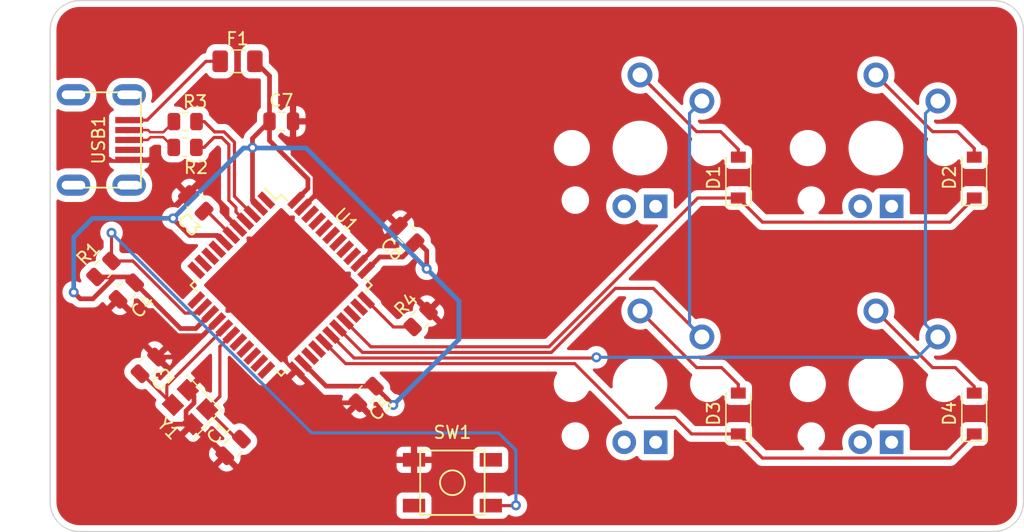
<source format=kicad_pcb>
(kicad_pcb (version 20211014) (generator pcbnew)
  (layers (0 "F.Cu" signal) (31 "B.Cu" signal) (34 "B.Paste" user) (35 "F.Paste" user) (36 "B.SilkS" user "B.Silkscreen") (37 "F.SilkS" user "F.Silkscreen") (38 "B.Mask" user) (39 "F.Mask" user) (44 "Edge.Cuts" user))
  (net 0 "")
  (net 1 "GND")
  (net 2 "Net-(C1-Pad2)")
  (net 3 "Net-(C2-Pad2)")
  (net 4 "Net-(C3-Pad1)")
  (net 5 "+5V")
  (net 6 "ROW0")
  (net 7 "Net-(D1-Pad2)")
  (net 8 "Net-(D2-Pad2)")
  (net 9 "ROW1")
  (net 10 "Net-(D3-Pad2)")
  (net 11 "Net-(D4-Pad2)")
  (net 12 "VCC")
  (net 13 "COL0")
  (net 14 "COL1")
  (net 15 "Net-(R1-Pad2)")
  (net 16 "D+")
  (net 17 "Net-(R2-Pad2)")
  (net 18 "D-")
  (net 19 "Net-(R3-Pad2)")
  (net 20 "Net-(R4-Pad1)")
  (footprint "Resistor_SMD:R_0805_2012Metric" (layer "F.Cu") (at 94.25 85.96875)
    (fp_text reference "R3" (at 0.8 -1.59375) (layer "F.SilkS"))
    (fp_text value "22")
    (fp_line (start -0.227064 0.735) (end 0.227064 0.735) (layer "F.SilkS") (width 0.12))
    (fp_line (start -0.227064 -0.735) (end 0.227064 -0.735) (layer "F.SilkS") (width 0.12))
    (pad "1" smd roundrect (at -0.9125 0) (size 1.025 1.4) (layers "F.Cu" "F.Paste" "F.Mask") (roundrect_rratio 0.243902) (net 18 "D-"))
    (pad "2" smd roundrect (at 0.9125 0) (size 1.025 1.4) (layers "F.Cu" "F.Paste" "F.Mask") (roundrect_rratio 0.243902) (net 19 "Net-(R3-Pad2)"))
  )
  (footprint "Capacitor_SMD:C_0805_2012Metric" (layer "F.Cu") (at 95.1 92.525 135)
    (fp_text reference "C3" (at -0.866206 -1.644023 135) (layer "F.SilkS"))
    (fp_text value "1uF")
    (fp_line (start -0.261252 0.735) (end 0.261252 0.735) (layer "F.SilkS") (width 0.12))
    (fp_line (start -0.261252 -0.735) (end 0.261252 -0.735) (layer "F.SilkS") (width 0.12))
    (pad "1" smd roundrect (at -0.95 0 135) (size 1 1.45) (layers "F.Cu" "F.Paste" "F.Mask") (net 4 "Net-(C3-Pad1)"))
    (pad "2" smd roundrect (at 0.95 0 135) (size 1 1.45) (layers "F.Cu" "F.Paste" "F.Mask") (net 1 "GND"))
  )
  (footprint "Diode_SMD:D_SOD-123" (layer "F.Cu") (at 157.95625 90.4875 90)
    (fp_text reference "D2" (at 0 -2 90) (layer "F.SilkS"))
    (fp_text value "D_Small")
    (fp_line (start -2.25 -1) (end -2.25 1) (layer "F.SilkS") (width 0.12))
    (fp_line (start -2.25 1) (end 1.65 1) (layer "F.SilkS") (width 0.12))
    (fp_line (start -2.25 -1) (end 1.65 -1) (layer "F.SilkS") (width 0.12))
    (pad "1" smd rect (at -1.65 0 90) (size 0.9 1.2) (layers "F.Cu" "F.Paste" "F.Mask") (net 6 "ROW0"))
    (pad "2" smd rect (at 1.65 0 90) (size 0.9 1.2) (layers "F.Cu" "F.Paste" "F.Mask") (net 8 "Net-(D2-Pad2)"))
  )
  (footprint "Capacitor_SMD:C_0805_2012Metric" (layer "F.Cu") (at 112.134919 95.078801 135)
    (fp_text reference "C6" (at 0 -1.68 135) (layer "F.SilkS"))
    (fp_text value "0.1uF")
    (fp_line (start -0.261252 0.735) (end 0.261252 0.735) (layer "F.SilkS") (width 0.12))
    (fp_line (start -0.261252 -0.735) (end 0.261252 -0.735) (layer "F.SilkS") (width 0.12))
    (pad "1" smd roundrect (at -0.95 0 135) (size 1 1.45) (layers "F.Cu" "F.Paste" "F.Mask") (net 5 "+5V"))
    (pad "2" smd roundrect (at 0.95 0 135) (size 1 1.45) (layers "F.Cu" "F.Paste" "F.Mask") (net 1 "GND"))
  )
  (footprint "Diode_SMD:D_SOD-123" (layer "F.Cu") (at 138.90625 90.4875 90)
    (fp_text reference "D1" (at 0 -2 90) (layer "F.SilkS"))
    (fp_text value "D_Small")
    (fp_line (start -2.25 -1) (end -2.25 1) (layer "F.SilkS") (width 0.12))
    (fp_line (start -2.25 1) (end 1.65 1) (layer "F.SilkS") (width 0.12))
    (fp_line (start -2.25 -1) (end 1.65 -1) (layer "F.SilkS") (width 0.12))
    (pad "1" smd rect (at -1.65 0 90) (size 0.9 1.2) (layers "F.Cu" "F.Paste" "F.Mask") (net 6 "ROW0"))
    (pad "2" smd rect (at 1.65 0 90) (size 0.9 1.2) (layers "F.Cu" "F.Paste" "F.Mask") (net 7 "Net-(D1-Pad2)"))
  )
  (footprint "Kailh_Choc:KailhChoc-1U" (layer "F.Cu") (at 150.01875 107.15625)
    (fp_text reference "MX4")
    (fp_text value "MX-NoLED")
    (pad "" np_thru_hole circle locked (at 5.5 0 48.1) (size 1.9 1.9) (drill 1.9) (layers *.Cu *.Mask))
    (pad "" np_thru_hole circle locked (at -5.5 0 48.1) (size 1.9 1.9) (drill 1.9) (layers *.Cu *.Mask))
    (pad "" np_thru_hole circle locked (at -5.22 4.2) (size 1.2 1.2) (drill 1.2) (layers *.Cu *.Mask))
    (pad "" np_thru_hole circle locked (at 0 0) (size 3.4 3.4) (drill 3.4) (layers *.Cu *.Mask))
    (pad "1" thru_hole circle locked (at 5 -3.8) (size 2 2) (drill 1.2) (layers *.Cu "B.Mask") (net 14 "COL1"))
    (pad "2" thru_hole circle locked (at 0 -5.9) (size 2 2) (drill 1.2) (layers *.Cu "B.Mask") (net 11 "Net-(D4-Pad2)"))
    (pad "3" thru_hole circle locked (at -1.27 4.7) (size 1.905 1.905) (drill 1.04) (layers *.Cu "B.Mask"))
    (pad "4" thru_hole rect locked (at 1.27 4.7) (size 1.905 1.905) (drill 1.04) (layers *.Cu "B.Mask"))
  )
  (footprint "Resistor_SMD:R_0805_2012Metric" (layer "F.Cu") (at 87.654766 97.866985 45)
    (fp_text reference "R1" (at 0.00864 -1.747792 45) (layer "F.SilkS"))
    (fp_text value "10k")
    (fp_line (start -0.227064 0.735) (end 0.227064 0.735) (layer "F.SilkS") (width 0.12))
    (fp_line (start -0.227064 -0.735) (end 0.227064 -0.735) (layer "F.SilkS") (width 0.12))
    (pad "1" smd roundrect (at -0.9125 0 45) (size 1.025 1.4) (layers "F.Cu" "F.Paste" "F.Mask") (roundrect_rratio 0.243902) (net 5 "+5V"))
    (pad "2" smd roundrect (at 0.9125 0 45) (size 1.025 1.4) (layers "F.Cu" "F.Paste" "F.Mask") (roundrect_rratio 0.243902) (net 15 "Net-(R1-Pad2)"))
  )
  (footprint "Diode_SMD:D_SOD-123" (layer "F.Cu") (at 138.90625 109.5375 90)
    (fp_text reference "D3" (at 0 -2 90) (layer "F.SilkS"))
    (fp_text value "D_Small")
    (fp_line (start -2.25 1) (end 1.65 1) (layer "F.SilkS") (width 0.12))
    (fp_line (start -2.25 -1) (end 1.65 -1) (layer "F.SilkS") (width 0.12))
    (fp_line (start -2.25 -1) (end -2.25 1) (layer "F.SilkS") (width 0.12))
    (pad "1" smd rect (at -1.65 0 90) (size 0.9 1.2) (layers "F.Cu" "F.Paste" "F.Mask") (net 9 "ROW1"))
    (pad "2" smd rect (at 1.65 0 90) (size 0.9 1.2) (layers "F.Cu" "F.Paste" "F.Mask") (net 10 "Net-(D3-Pad2)"))
  )
  (footprint "Package_QFP:TQFP-44_10x10mm_P0.8mm" (layer "F.Cu") (at 102 99.175 -45)
    (fp_text reference "U1" (at 0 -7.45 135) (layer "F.SilkS"))
    (fp_text value "ATmega32U4-A")
    (fp_line (start 5.175 5.175) (end 5.175 4.5) (layer "F.SilkS") (width 0.15))
    (fp_line (start -5.175 5.175) (end -4.5 5.175) (layer "F.SilkS") (width 0.15))
    (fp_line (start 5.175 -5.175) (end 4.5 -5.175) (layer "F.SilkS") (width 0.15))
    (fp_line (start 5.175 -5.175) (end 5.175 -4.5) (layer "F.SilkS") (width 0.15))
    (fp_line (start 5.175 5.175) (end 4.5 5.175) (layer "F.SilkS") (width 0.15))
    (fp_line (start -5.175 -5.175) (end -5.175 -4.6) (layer "F.SilkS") (width 0.15))
    (fp_line (start -5.175 -5.175) (end -4.5 -5.175) (layer "F.SilkS") (width 0.15))
    (fp_line (start -5.175 5.175) (end -5.175 4.5) (layer "F.SilkS") (width 0.15))
    (fp_line (start -5.175 -4.6) (end -6.45 -4.6) (layer "F.SilkS") (width 0.15))
    (pad "1" smd rect (at -5.7 -4 315) (size 1.5 0.55) (layers "F.Cu" "F.Paste" "F.Mask"))
    (pad "2" smd rect (at -5.7 -3.2 315) (size 1.5 0.55) (layers "F.Cu" "F.Paste" "F.Mask") (net 5 "+5V"))
    (pad "3" smd rect (at -5.7 -2.4 315) (size 1.5 0.55) (layers "F.Cu" "F.Paste" "F.Mask") (net 19 "Net-(R3-Pad2)"))
    (pad "4" smd rect (at -5.7 -1.6 315) (size 1.5 0.55) (layers "F.Cu" "F.Paste" "F.Mask") (net 17 "Net-(R2-Pad2)"))
    (pad "5" smd rect (at -5.7 -0.8 315) (size 1.5 0.55) (layers "F.Cu" "F.Paste" "F.Mask") (net 1 "GND"))
    (pad "6" smd rect (at -5.7 0 315) (size 1.5 0.55) (layers "F.Cu" "F.Paste" "F.Mask") (net 4 "Net-(C3-Pad1)"))
    (pad "7" smd rect (at -5.7 0.8 315) (size 1.5 0.55) (layers "F.Cu" "F.Paste" "F.Mask") (net 5 "+5V"))
    (pad "8" smd rect (at -5.7 1.6 315) (size 1.5 0.55) (layers "F.Cu" "F.Paste" "F.Mask"))
    (pad "9" smd rect (at -5.7 2.4 315) (size 1.5 0.55) (layers "F.Cu" "F.Paste" "F.Mask"))
    (pad "10" smd rect (at -5.7 3.2 315) (size 1.5 0.55) (layers "F.Cu" "F.Paste" "F.Mask"))
    (pad "11" smd rect (at -5.7 4 315) (size 1.5 0.55) (layers "F.Cu" "F.Paste" "F.Mask"))
    (pad "12" smd rect (at -4 5.7 45) (size 1.5 0.55) (layers "F.Cu" "F.Paste" "F.Mask"))
    (pad "13" smd rect (at -3.2 5.7 45) (size 1.5 0.55) (layers "F.Cu" "F.Paste" "F.Mask") (net 15 "Net-(R1-Pad2)"))
    (pad "14" smd rect (at -2.4 5.7 45) (size 1.5 0.55) (layers "F.Cu" "F.Paste" "F.Mask") (net 5 "+5V"))
    (pad "15" smd rect (at -1.6 5.7 45) (size 1.5 0.55) (layers "F.Cu" "F.Paste" "F.Mask") (net 1 "GND"))
    (pad "16" smd rect (at -0.8 5.7 45) (size 1.5 0.55) (layers "F.Cu" "F.Paste" "F.Mask") (net 3 "Net-(C2-Pad2)"))
    (pad "17" smd rect (at 0 5.7 45) (size 1.5 0.55) (layers "F.Cu" "F.Paste" "F.Mask") (net 2 "Net-(C1-Pad2)"))
    (pad "18" smd rect (at 0.8 5.7 45) (size 1.5 0.55) (layers "F.Cu" "F.Paste" "F.Mask"))
    (pad "19" smd rect (at 1.6 5.7 45) (size 1.5 0.55) (layers "F.Cu" "F.Paste" "F.Mask"))
    (pad "20" smd rect (at 2.4 5.7 45) (size 1.5 0.55) (layers "F.Cu" "F.Paste" "F.Mask"))
    (pad "21" smd rect (at 3.2 5.7 45) (size 1.5 0.55) (layers "F.Cu" "F.Paste" "F.Mask"))
    (pad "22" smd rect (at 4 5.7 45) (size 1.5 0.55) (layers "F.Cu" "F.Paste" "F.Mask"))
    (pad "23" smd rect (at 5.7 4 315) (size 1.5 0.55) (layers "F.Cu" "F.Paste" "F.Mask") (net 1 "GND"))
    (pad "24" smd rect (at 5.7 3.2 315) (size 1.5 0.55) (layers "F.Cu" "F.Paste" "F.Mask") (net 5 "+5V"))
    (pad "25" smd rect (at 5.7 2.4 315) (size 1.5 0.55) (layers "F.Cu" "F.Paste" "F.Mask"))
    (pad "26" smd rect (at 5.7 1.6 315) (size 1.5 0.55) (layers "F.Cu" "F.Paste" "F.Mask"))
    (pad "27" smd rect (at 5.7 0.8 315) (size 1.5 0.55) (layers "F.Cu" "F.Paste" "F.Mask") (net 9 "ROW1"))
    (pad "28" smd rect (at 5.7 0 315) (size 1.5 0.55) (layers "F.Cu" "F.Paste" "F.Mask") (net 14 "COL1"))
    (pad "29" smd rect (at 5.7 -0.8 315) (size 1.5 0.55) (layers "F.Cu" "F.Paste" "F.Mask") (net 13 "COL0"))
    (pad "30" smd rect (at 5.7 -1.6 315) (size 1.5 0.55) (layers "F.Cu" "F.Paste" "F.Mask") (net 6 "ROW0"))
    (pad "31" smd rect (at 5.7 -2.4 315) (size 1.5 0.55) (layers "F.Cu" "F.Paste" "F.Mask"))
    (pad "32" smd rect (at 5.7 -3.2 315) (size 1.5 0.55) (layers "F.Cu" "F.Paste" "F.Mask"))
    (pad "33" smd rect (at 5.7 -4 315) (size 1.5 0.55) (layers "F.Cu" "F.Paste" "F.Mask") (net 20 "Net-(R4-Pad1)"))
    (pad "34" smd rect (at 4 -5.7 45) (size 1.5 0.55) (layers "F.Cu" "F.Paste" "F.Mask") (net 5 "+5V"))
    (pad "35" smd rect (at 3.2 -5.7 45) (size 1.5 0.55) (layers "F.Cu" "F.Paste" "F.Mask") (net 1 "GND"))
    (pad "36" smd rect (at 2.4 -5.7 45) (size 1.5 0.55) (layers "F.Cu" "F.Paste" "F.Mask"))
    (pad "37" smd rect (at 1.6 -5.7 45) (size 1.5 0.55) (layers "F.Cu" "F.Paste" "F.Mask"))
    (pad "38" smd rect (at 0.8 -5.7 45) (size 1.5 0.55) (layers "F.Cu" "F.Paste" "F.Mask"))
    (pad "39" smd rect (at 0 -5.7 45) (size 1.5 0.55) (layers "F.Cu" "F.Paste" "F.Mask"))
    (pad "40" smd rect (at -0.8 -5.7 45) (size 1.5 0.55) (layers "F.Cu" "F.Paste" "F.Mask"))
    (pad "41" smd rect (at -1.6 -5.7 45) (size 1.5 0.55) (layers "F.Cu" "F.Paste" "F.Mask"))
    (pad "42" smd rect (at -2.4 -5.7 45) (size 1.5 0.55) (layers "F.Cu" "F.Paste" "F.Mask"))
    (pad "43" smd rect (at -3.2 -5.7 45) (size 1.5 0.55) (layers "F.Cu" "F.Paste" "F.Mask") (net 1 "GND"))
    (pad "44" smd rect (at -4 -5.7 45) (size 1.5 0.55) (layers "F.Cu" "F.Paste" "F.Mask") (net 5 "+5V"))
  )
  (footprint "Capacitor_SMD:C_0805_2012Metric" (layer "F.Cu") (at 108.85667 108.000552 -135)
    (fp_text reference "C5" (at 0 -1.68 45) (layer "F.SilkS"))
    (fp_text value "0.1uF")
    (fp_line (start -0.261252 0.735) (end 0.261252 0.735) (layer "F.SilkS") (width 0.12))
    (fp_line (start -0.261252 -0.735) (end 0.261252 -0.735) (layer "F.SilkS") (width 0.12))
    (pad "1" smd roundrect (at -0.95 0 225) (size 1 1.45) (layers "F.Cu" "F.Paste" "F.Mask") (net 5 "+5V"))
    (pad "2" smd roundrect (at 0.95 0 225) (size 1 1.45) (layers "F.Cu" "F.Paste" "F.Mask") (net 1 "GND"))
  )
  (footprint "random-keyboard-parts:Molex-0548190589" (layer "F.Cu") (at 85.225 87.45)
    (fp_text reference "USB1" (at 2.032 0 90) (layer "F.SilkS"))
    (fp_text value "Molex-0548190589")
    (fp_line (start 0 3.85) (end 5.45 3.85) (layer "F.SilkS") (width 0.15))
    (fp_line (start 5.45 -3.85) (end 5.45 3.85) (layer "F.SilkS") (width 0.15))
    (fp_line (start 0 -3.85) (end 5.45 -3.85) (layer "F.SilkS") (width 0.15))
    (pad "1" smd rect (at 4.5 1.6) (size 2.25 0.5) (layers "F.Cu" "F.Paste" "F.Mask") (net 1 "GND"))
    (pad "2" smd rect (at 4.5 0.8) (size 2.25 0.5) (layers "F.Cu" "F.Paste" "F.Mask"))
    (pad "3" smd rect (at 4.5 0) (size 2.25 0.5) (layers "F.Cu" "F.Paste" "F.Mask") (net 16 "D+"))
    (pad "4" smd rect (at 4.5 -0.8) (size 2.25 0.5) (layers "F.Cu" "F.Paste" "F.Mask") (net 18 "D-"))
    (pad "5" smd rect (at 4.5 -1.6) (size 2.25 0.5) (layers "F.Cu" "F.Paste" "F.Mask") (net 12 "VCC"))
    (pad "6" thru_hole oval (at 4.5 -3.65) (size 2.7 1.7) (drill oval 1.9 0.7) (layers *.Cu *.Mask))
    (pad "6" thru_hole oval (at 4.5 3.65) (size 2.7 1.7) (drill oval 1.9 0.7) (layers *.Cu *.Mask))
    (pad "6" thru_hole oval (at 0 3.65) (size 2.7 1.7) (drill oval 1.9 0.7) (layers *.Cu *.Mask))
    (pad "6" thru_hole oval (at 0 -3.65) (size 2.7 1.7) (drill oval 1.9 0.7) (layers *.Cu *.Mask))
  )
  (footprint "Crystal:Crystal_SMD_3225-4Pin_3.2x2.5mm" (layer "F.Cu") (at 94.639405 109.017817 135)
    (fp_text reference "Y1" (at 0 -2.45 135) (layer "F.SilkS"))
    (fp_text value "16MHz")
    (fp_line (start -2 -1.65) (end -2 1.65) (layer "F.SilkS") (width 0.12))
    (fp_line (start -2 1.65) (end 2 1.65) (layer "F.SilkS") (width 0.12))
    (pad "1" smd rect (at -1.1 0.85 135) (size 1.4 1.2) (layers "F.Cu" "F.Paste" "F.Mask") (net 2 "Net-(C1-Pad2)"))
    (pad "2" smd rect (at 1.1 0.85 135) (size 1.4 1.2) (layers "F.Cu" "F.Paste" "F.Mask") (net 1 "GND"))
    (pad "3" smd rect (at 1.1 -0.85 135) (size 1.4 1.2) (layers "F.Cu" "F.Paste" "F.Mask") (net 3 "Net-(C2-Pad2)"))
    (pad "4" smd rect (at -1.1 -0.85 135) (size 1.4 1.2) (layers "F.Cu" "F.Paste" "F.Mask") (net 1 "GND"))
  )
  (footprint "Capacitor_SMD:C_0805_2012Metric" (layer "F.Cu") (at 102.00667 85.950552)
    (fp_text reference "C7" (at 0 -1.68) (layer "F.SilkS"))
    (fp_text value "10uF")
    (fp_line (start -0.261252 0.735) (end 0.261252 0.735) (layer "F.SilkS") (width 0.12))
    (fp_line (start -0.261252 -0.735) (end 0.261252 -0.735) (layer "F.SilkS") (width 0.12))
    (pad "1" smd roundrect (at -0.95 0) (size 1 1.45) (layers "F.Cu" "F.Paste" "F.Mask") (net 5 "+5V"))
    (pad "2" smd roundrect (at 0.95 0) (size 1 1.45) (layers "F.Cu" "F.Paste" "F.Mask") (net 1 "GND"))
  )
  (footprint "Resistor_SMD:R_0805_2012Metric" (layer "F.Cu") (at 94.2375 88.05)
    (fp_text reference "R2" (at 0.8875 1.625) (layer "F.SilkS"))
    (fp_text value "22")
    (fp_line (start -0.227064 0.735) (end 0.227064 0.735) (layer "F.SilkS") (width 0.12))
    (fp_line (start -0.227064 -0.735) (end 0.227064 -0.735) (layer "F.SilkS") (width 0.12))
    (pad "1" smd roundrect (at -0.9125 0) (size 1.025 1.4) (layers "F.Cu" "F.Paste" "F.Mask") (roundrect_rratio 0.243902) (net 16 "D+"))
    (pad "2" smd roundrect (at 0.9125 0) (size 1.025 1.4) (layers "F.Cu" "F.Paste" "F.Mask") (roundrect_rratio 0.243902) (net 17 "Net-(R2-Pad2)"))
  )
  (footprint "Kailh_Choc:KailhChoc-1U" (layer "F.Cu") (at 150.01875 88.10625)
    (fp_text reference "MX2")
    (fp_text value "MX-NoLED")
    (pad "" np_thru_hole circle locked (at 0 0) (size 3.4 3.4) (drill 3.4) (layers *.Cu *.Mask))
    (pad "" np_thru_hole circle locked (at -5.5 0 48.1) (size 1.9 1.9) (drill 1.9) (layers *.Cu *.Mask))
    (pad "" np_thru_hole circle locked (at 5.5 0 48.1) (size 1.9 1.9) (drill 1.9) (layers *.Cu *.Mask))
    (pad "" np_thru_hole circle locked (at -5.22 4.2) (size 1.2 1.2) (drill 1.2) (layers *.Cu *.Mask))
    (pad "1" thru_hole circle locked (at 5 -3.8) (size 2 2) (drill 1.2) (layers *.Cu "B.Mask") (net 14 "COL1"))
    (pad "2" thru_hole circle locked (at 0 -5.9) (size 2 2) (drill 1.2) (layers *.Cu "B.Mask") (net 8 "Net-(D2-Pad2)"))
    (pad "3" thru_hole circle locked (at -1.27 4.7) (size 1.905 1.905) (drill 1.04) (layers *.Cu "B.Mask"))
    (pad "4" thru_hole rect locked (at 1.27 4.7) (size 1.905 1.905) (drill 1.04) (layers *.Cu "B.Mask"))
  )
  (footprint "random-keyboard-parts:SKQG-1155865" (layer "F.Cu") (at 115.825 115.125 180)
    (fp_text reference "SW1" (at 0 4.064) (layer "F.SilkS"))
    (fp_text value "Reset")
    (fp_line (start 2.6 -2.6) (end 2.6 2.6) (layer "F.SilkS") (width 0.15))
    (fp_line (start 2.6 2.6) (end -2.6 2.6) (layer "F.SilkS") (width 0.15))
    (fp_line (start -2.6 -2.6) (end 2.6 -2.6) (layer "F.SilkS") (width 0.15))
    (fp_line (start -2.6 2.6) (end -2.6 -2.6) (layer "F.SilkS") (width 0.15))
    (fp_circle (center 0 0) (end 1 0) (layer "F.SilkS") (width 0.15) (fill none))
    (pad "1" smd rect locked (at 3.1 1.85 180) (size 1.8 1.1) (layers "F.Cu" "F.Paste" "F.Mask") (net 1 "GND"))
    (pad "2" smd rect locked (at -3.1 -1.85 180) (size 1.8 1.1) (layers "F.Cu" "F.Paste" "F.Mask") (net 15 "Net-(R1-Pad2)"))
    (pad "3" smd rect locked (at 3.1 -1.85 180) (size 1.8 1.1) (layers "F.Cu" "F.Paste" "F.Mask"))
    (pad "4" smd rect locked (at -3.1 1.85 180) (size 1.8 1.1) (layers "F.Cu" "F.Paste" "F.Mask"))
  )
  (footprint "Resistor_SMD:R_0805_2012Metric" (layer "F.Cu") (at 113.251905 101.905317 45)
    (fp_text reference "R4" (at 0 -1.65 45) (layer "F.SilkS"))
    (fp_text value "10k")
    (fp_line (start -0.227064 0.735) (end 0.227064 0.735) (layer "F.SilkS") (width 0.12))
    (fp_line (start -0.227064 -0.735) (end 0.227064 -0.735) (layer "F.SilkS") (width 0.12))
    (pad "1" smd roundrect (at -0.9125 0 45) (size 1.025 1.4) (layers "F.Cu" "F.Paste" "F.Mask") (roundrect_rratio 0.243902) (net 20 "Net-(R4-Pad1)"))
    (pad "2" smd roundrect (at 0.9125 0 45) (size 1.025 1.4) (layers "F.Cu" "F.Paste" "F.Mask") (roundrect_rratio 0.243902) (net 1 "GND"))
  )
  (footprint "Fuse:Fuse_1206_3216Metric" (layer "F.Cu") (at 98.475 81.1)
    (fp_text reference "F1" (at 0 -1.82) (layer "F.SilkS"))
    (fp_text value "500mA")
    (fp_line (start -0.602064 0.91) (end 0.602064 0.91) (layer "F.SilkS") (width 0.12))
    (fp_line (start -0.602064 -0.91) (end 0.602064 -0.91) (layer "F.SilkS") (width 0.12))
    (pad "1" smd roundrect (at -1.4 0) (size 1.25 1.75) (layers "F.Cu" "F.Paste" "F.Mask") (roundrect_rratio 0.2) (net 12 "VCC"))
    (pad "2" smd roundrect (at 1.4 0) (size 1.25 1.75) (layers "F.Cu" "F.Paste" "F.Mask") (roundrect_rratio 0.2) (net 5 "+5V"))
  )
  (footprint "Capacitor_SMD:C_0805_2012Metric" (layer "F.Cu") (at 91.271809 105.650221 -135)
    (fp_text reference "C2" (at 0 -1.68 45) (layer "F.SilkS"))
    (fp_text value "22pF")
    (fp_line (start -0.261252 0.735) (end 0.261252 0.735) (layer "F.SilkS") (width 0.12))
    (fp_line (start -0.261252 -0.735) (end 0.261252 -0.735) (layer "F.SilkS") (width 0.12))
    (pad "1" smd roundrect (at -0.95 0 225) (size 1 1.45) (layers "F.Cu" "F.Paste" "F.Mask") (net 1 "GND"))
    (pad "2" smd roundrect (at 0.95 0 225) (size 1 1.45) (layers "F.Cu" "F.Paste" "F.Mask") (net 3 "Net-(C2-Pad2)"))
  )
  (footprint "Capacitor_SMD:C_0805_2012Metric" (layer "F.Cu") (at 98.117486 112.274928 45)
    (fp_text reference "C1" (at 0 -1.68 45) (layer "F.SilkS"))
    (fp_text value "22pF")
    (fp_line (start -0.261252 0.735) (end 0.261252 0.735) (layer "F.SilkS") (width 0.12))
    (fp_line (start -0.261252 -0.735) (end 0.261252 -0.735) (layer "F.SilkS") (width 0.12))
    (pad "1" smd roundrect (at -0.95 0 45) (size 1 1.45) (layers "F.Cu" "F.Paste" "F.Mask") (net 1 "GND"))
    (pad "2" smd roundrect (at 0.95 0 45) (size 1 1.45) (layers "F.Cu" "F.Paste" "F.Mask") (net 2 "Net-(C1-Pad2)"))
  )
  (footprint "Kailh_Choc:KailhChoc-1U" (layer "F.Cu") (at 130.96875 88.10625)
    (fp_text reference "MX1")
    (fp_text value "MX-NoLED")
    (pad "" np_thru_hole circle locked (at 5.5 0 48.1) (size 1.9 1.9) (drill 1.9) (layers *.Cu *.Mask))
    (pad "" np_thru_hole circle locked (at 0 0) (size 3.4 3.4) (drill 3.4) (layers *.Cu *.Mask))
    (pad "" np_thru_hole circle locked (at -5.5 0 48.1) (size 1.9 1.9) (drill 1.9) (layers *.Cu *.Mask))
    (pad "" np_thru_hole circle locked (at -5.22 4.2) (size 1.2 1.2) (drill 1.2) (layers *.Cu *.Mask))
    (pad "1" thru_hole circle locked (at 5 -3.8) (size 2 2) (drill 1.2) (layers *.Cu "B.Mask") (net 13 "COL0"))
    (pad "2" thru_hole circle locked (at 0 -5.9) (size 2 2) (drill 1.2) (layers *.Cu "B.Mask") (net 7 "Net-(D1-Pad2)"))
    (pad "3" thru_hole circle locked (at -1.27 4.7) (size 1.905 1.905) (drill 1.04) (layers *.Cu "B.Mask"))
    (pad "4" thru_hole rect locked (at 1.27 4.7) (size 1.905 1.905) (drill 1.04) (layers *.Cu "B.Mask"))
  )
  (footprint "Diode_SMD:D_SOD-123" (layer "F.Cu") (at 157.95625 109.5375 90)
    (fp_text reference "D4" (at 0 -2 90) (layer "F.SilkS"))
    (fp_text value "D_Small")
    (fp_line (start -2.25 1) (end 1.65 1) (layer "F.SilkS") (width 0.12))
    (fp_line (start -2.25 -1) (end -2.25 1) (layer "F.SilkS") (width 0.12))
    (fp_line (start -2.25 -1) (end 1.65 -1) (layer "F.SilkS") (width 0.12))
    (pad "1" smd rect (at -1.65 0 90) (size 0.9 1.2) (layers "F.Cu" "F.Paste" "F.Mask") (net 9 "ROW1"))
    (pad "2" smd rect (at 1.65 0 90) (size 0.9 1.2) (layers "F.Cu" "F.Paste" "F.Mask") (net 11 "Net-(D4-Pad2)"))
  )
  (footprint "Kailh_Choc:KailhChoc-1U" (layer "F.Cu") (at 130.96875 107.15625)
    (fp_text reference "MX3")
    (fp_text value "MX-NoLED")
    (pad "" np_thru_hole circle locked (at 0 0) (size 3.4 3.4) (drill 3.4) (layers *.Cu *.Mask))
    (pad "" np_thru_hole circle locked (at -5.22 4.2) (size 1.2 1.2) (drill 1.2) (layers *.Cu *.Mask))
    (pad "" np_thru_hole circle locked (at -5.5 0 48.1) (size 1.9 1.9) (drill 1.9) (layers *.Cu *.Mask))
    (pad "" np_thru_hole circle locked (at 5.5 0 48.1) (size 1.9 1.9) (drill 1.9) (layers *.Cu *.Mask))
    (pad "1" thru_hole circle locked (at 5 -3.8) (size 2 2) (drill 1.2) (layers *.Cu "B.Mask") (net 13 "COL0"))
    (pad "2" thru_hole circle locked (at 0 -5.9) (size 2 2) (drill 1.2) (layers *.Cu "B.Mask") (net 10 "Net-(D3-Pad2)"))
    (pad "3" thru_hole circle locked (at -1.27 4.7) (size 1.905 1.905) (drill 1.04) (layers *.Cu "B.Mask"))
    (pad "4" thru_hole rect locked (at 1.27 4.7) (size 1.905 1.905) (drill 1.04) (layers *.Cu "B.Mask"))
  )
  (footprint "Capacitor_SMD:C_0805_2012Metric" (layer "F.Cu") (at 89.5 99.646751 -135)
    (fp_text reference "C4" (at -0.050736 -1.823097 45) (layer "F.SilkS"))
    (fp_text value "0.1uF")
    (fp_line (start -0.261252 0.735) (end 0.261252 0.735) (layer "F.SilkS") (width 0.12))
    (fp_line (start -0.261252 -0.735) (end 0.261252 -0.735) (layer "F.SilkS") (width 0.12))
    (pad "1" smd roundrect (at -0.95 0 225) (size 1 1.45) (layers "F.Cu" "F.Paste" "F.Mask") (net 5 "+5V"))
    (pad "2" smd roundrect (at 0.95 0 225) (size 1 1.45) (layers "F.Cu" "F.Paste" "F.Mask") (net 1 "GND"))
  )
  (gr_arc locked (start 159.54375 76.2) (mid 161.227548 76.897452) (end 161.925 78.58125) (layer "Edge.Cuts") (width 0.1))
  (gr_line locked (start 85.725 76.2) (end 159.54375 76.2) (layer "Edge.Cuts") (width 0.1))
  (gr_line locked (start 159.54375 119.0625) (end 85.725 119.0625) (layer "Edge.Cuts") (width 0.1))
  (gr_arc locked (start 161.925 116.68125) (mid 161.227548 118.365048) (end 159.54375 119.0625) (layer "Edge.Cuts") (width 0.1))
  (gr_arc locked (start 83.34375 78.58125) (mid 84.041202 76.897452) (end 85.725 76.2) (layer "Edge.Cuts") (width 0.1))
  (gr_arc locked (start 85.725 119.0625) (mid 84.041202 118.365048) (end 83.34375 116.68125) (layer "Edge.Cuts") (width 0.1))
  (gr_line locked (start 161.925 78.58125) (end 161.925 116.68125) (layer "Edge.Cuts") (width 0.1))
  (gr_line locked (start 83.34375 116.68125) (end 83.34375 78.58125) (layer "Edge.Cuts") (width 0.1))
  (segment (start 88.828249 100.318502) (end 89.734747 101.225) (width 0.381) (layer "F.Cu") (net 1))
  (segment (start 95.85 91.25) (end 97.625 93.025) (width 0.381) (layer "F.Cu") (net 1))
  (segment (start 94.816182 110.396675) (end 92.446675 110.396675) (width 0.381) (layer "F.Cu") (net 1))
  (segment (start 94.957603 108.692397) (end 94.321207 109.328793) (width 0.381) (layer "F.Cu") (net 1))
  (segment (start 90.925 103.925) (end 91.94356 104.94356) (width 0.381) (layer "F.Cu") (net 1))
  (segment (start 103.202082 106.033936) (end 105.840449 108.672303) (width 0.381) (layer "F.Cu") (net 1))
  (segment (start 93.933788 104.97847) (end 95.806129 103.106129) (width 0.381) (layer "F.Cu") (net 1))
  (segment (start 95.656738 103.25552) (end 95.806129 103.106129) (width 0.381) (layer "F.Cu") (net 1))
  (segment (start 103.767767 92.88175) (end 104.73719 91.912327) (width 0.381) (layer "F.Cu") (net 1))
  (segment (start 94.957603 108.133934) (end 94.957603 108.692397) (width 0.381) (layer "F.Cu") (net 1))
  (segment (start 112.648643 93.158578) (end 113.614696 93.158578) (width 0.381) (layer "F.Cu") (net 1))
  (segment (start 105.840449 108.672303) (end 108.184919 108.672303) (width 0.381) (layer "F.Cu") (net 1))
  (segment (start 104.73719 91.912327) (end 104.73719 90.360092) (width 0.381) (layer "F.Cu") (net 1))
  (segment (start 113.614696 93.158578) (end 114.93167 94.475552) (width 0.381) (layer "F.Cu") (net 1))
  (segment (start 93 90.35) (end 94.95 90.35) (width 0.381) (layer "F.Cu") (net 1))
  (segment (start 89.734747 101.225) (end 91.600771 101.225) (width 0.381) (layer "F.Cu") (net 1))
  (segment (start 97.625 93.025) (end 97.625 93.668629) (width 0.381) (layer "F.Cu") (net 1))
  (segment (start 95.031498 91.25) (end 95.85 91.25) (width 0.381) (layer "F.Cu") (net 1))
  (segment (start 91.7 89.05) (end 93 90.35) (width 0.381) (layer "F.Cu") (net 1))
  (segment (start 89.725 89.05) (end 91.7 89.05) (width 0.381) (layer "F.Cu") (net 1))
  (segment (start 97.625 93.668629) (end 98.535177 94.578806) (width 0.381) (layer "F.Cu") (net 1))
  (segment (start 114.93167 100.225552) (end 113.89714 101.260082) (width 0.381) (layer "F.Cu") (net 1))
  (segment (start 93.631292 103.25552) (end 95.656738 103.25552) (width 0.381) (layer "F.Cu") (net 1))
  (segment (start 94.428249 91.853249) (end 95.031498 91.25) (width 0.381) (layer "F.Cu") (net 1))
  (segment (start 91.600771 101.225) (end 93.631292 103.25552) (width 0.381) (layer "F.Cu") (net 1))
  (segment (start 88.725 105) (end 89.8 103.925) (width 0.381) (layer "F.Cu") (net 1))
  (segment (start 91.94356 104.97847) (end 93.933788 104.97847) (width 0.381) (layer "F.Cu") (net 1))
  (segment (start 92.446675 110.396675) (end 88.725 106.675) (width 0.381) (layer "F.Cu") (net 1))
  (segment (start 95.85 91.25) (end 94.95 90.35) (width 0.381) (layer "F.Cu") (net 1))
  (segment (start 88.725 106.675) (end 88.725 105) (width 0.381) (layer "F.Cu") (net 1))
  (segment (start 89.8 103.925) (end 90.925 103.925) (width 0.381) (layer "F.Cu") (net 1))
  (segment (start 102.95667 88.579572) (end 102.95667 85.950552) (width 0.381) (layer "F.Cu") (net 1))
  (segment (start 94.462628 107.638959) (end 94.957603 108.133934) (width 0.381) (layer "F.Cu") (net 1))
  (segment (start 94.321207 109.9017) (end 94.816182 110.396675) (width 0.381) (layer "F.Cu") (net 1))
  (segment (start 95.806129 103.106129) (end 96.83812 102.074138) (width 0.381) (layer "F.Cu") (net 1))
  (segment (start 94.895731 110.396675) (end 97.445735 112.946679) (width 0.381) (layer "F.Cu") (net 1))
  (segment (start 94.321207 109.328793) (end 94.321207 109.9017) (width 0.381) (layer "F.Cu") (net 1))
  (segment (start 111.464696 94.342525) (end 112.648643 93.158578) (width 0.381) (layer "F.Cu") (net 1))
  (segment (start 114.93167 94.475552) (end 114.93167 100.225552) (width 0.381) (layer "F.Cu") (net 1))
  (segment (start 108.299989 97.407233) (end 111.172723 94.534499) (width 0.381) (layer "F.Cu") (net 1))
  (segment (start 104.73719 90.360092) (end 102.95667 88.579572) (width 0.381) (layer "F.Cu") (net 1))
  (segment (start 98.426846 111.603177) (end 96.018263 109.194594) (width 0.254) (layer "F.Cu") (net 2))
  (segment (start 96.018263 109.194594) (end 97.05 108.162857) (width 0.254) (layer "F.Cu") (net 2))
  (segment (start 97.05 104.125) (end 97.969491 103.205509) (width 0.254) (layer "F.Cu") (net 2))
  (segment (start 97.05 108.162857) (end 97.05 104.125) (width 0.254) (layer "F.Cu") (net 2))
  (segment (start 98.789237 111.603177) (end 98.426846 111.603177) (width 0.254) (layer "F.Cu") (net 2))
  (segment (start 90.741479 106.321972) (end 93.260547 108.84104) (width 0.254) (layer "F.Cu") (net 3))
  (segment (start 92.765572 107.278057) (end 97.403806 102.639823) (width 0.254) (layer "F.Cu") (net 3))
  (segment (start 92.765572 108.346065) (end 92.765572 107.278057) (width 0.254) (layer "F.Cu") (net 3))
  (segment (start 93.260547 108.84104) (end 92.765572 108.346065) (width 0.254) (layer "F.Cu") (net 3))
  (segment (start 97.969491 95.144491) (end 96.021751 93.196751) (width 0.254) (layer "F.Cu") (net 4))
  (segment (start 88.56222 98.51222) (end 89.708971 98.51222) (width 0.381) (layer "F.Cu") (net 5))
  (segment (start 103.767767 105.46825) (end 105.628318 107.328801) (width 0.381) (layer "F.Cu") (net 5))
  (segment (start 101.05667 82.28167) (end 101.05667 85.950552) (width 0.381) (layer "F.Cu") (net 5))
  (segment (start 108.884304 97.972918) (end 109.95667 96.900552) (width 0.381) (layer "F.Cu") (net 5))
  (segment (start 113.75 96.4) (end 113.75 97.85) (width 0.381) (layer "F.Cu") (net 5))
  (segment (start 90.171751 98.975) (end 93.871751 102.675) (width 0.381) (layer "F.Cu") (net 5))
  (segment (start 93.277786 93.827786) (end 93.277786 93.777786) (width 0.381) (layer "F.Cu") (net 5))
  (segment (start 93.871751 102.675) (end 95.105887 102.675) (width 0.381) (layer "F.Cu") (net 5))
  (segment (start 86.8 100.27444) (end 85.77444 100.27444) (width 0.381) (layer "F.Cu") (net 5))
  (segment (start 105.628318 107.328801) (end 109.528421 107.328801) (width 0.381) (layer "F.Cu") (net 5))
  (segment (start 104.15667 90.600552) (end 101.05667 87.500552) (width 0.381) (layer "F.Cu") (net 5))
  (segment (start 99.875 81.1) (end 101.05667 82.28167) (width 0.381) (layer "F.Cu") (net 5))
  (segment (start 85.77444 100.27444) (end 85.25 99.75) (width 0.381) (layer "F.Cu") (net 5))
  (segment (start 99.683114 88.066886) (end 99.683114 87.324108) (width 0.381) (layer "F.Cu") (net 5))
  (segment (start 89.708971 98.51222) (end 90.171751 98.975) (width 0.381) (layer "F.Cu") (net 5))
  (segment (start 101.05667 87.500552) (end 101.05667 85.950552) (width 0.381) (layer "F.Cu") (net 5))
  (segment (start 94.611058 95.161058) (end 93.277786 93.827786) (width 0.381) (layer "F.Cu") (net 5))
  (segment (start 100.232233 92.88175) (end 99.683114 92.332631) (width 0.381) (layer "F.Cu") (net 5))
  (segment (start 97.403806 95.710177) (end 96.854687 95.161058) (width 0.381) (layer "F.Cu") (net 5))
  (segment (start 96.854687 95.161058) (end 94.611058 95.161058) (width 0.381) (layer "F.Cu") (net 5))
  (segment (start 88.56222 98.51222) (end 86.8 100.27444) (width 0.381) (layer "F.Cu") (net 5))
  (segment (start 99.683114 87.324108) (end 101.05667 85.950552) (width 0.381) (layer "F.Cu") (net 5))
  (segment (start 113.100552 95.750552) (end 113.75 96.4) (width 0.381) (layer "F.Cu") (net 5))
  (segment (start 109.95667 96.900552) (end 111.801644 96.900552) (width 0.381) (layer "F.Cu") (net 5))
  (segment (start 112.80667 95.750552) (end 113.100552 95.750552) (width 0.381) (layer "F.Cu") (net 5))
  (segment (start 96.272435 101.508452) (end 95.105887 102.675) (width 0.381) (layer "F.Cu") (net 5))
  (segment (start 111.801644 96.900552) (end 112.824195 95.878001) (width 0.381) (layer "F.Cu") (net 5))
  (segment (start 109.528421 107.328801) (end 111.05 108.85038) (width 0.381) (layer "F.Cu") (net 5))
  (segment (start 99.683114 92.332631) (end 99.683114 88.066886) (width 0.381) (layer "F.Cu") (net 5))
  (segment (start 87.009531 98.51222) (end 88.56222 98.51222) (width 0.381) (layer "F.Cu") (net 5))
  (segment (start 103.202082 92.316064) (end 104.15667 91.361476) (width 0.381) (layer "F.Cu") (net 5))
  (segment (start 104.15667 91.361476) (end 104.15667 90.600552) (width 0.381) (layer "F.Cu") (net 5))
  (via (at 99.683114 88.066886) (size 0.8) (drill 0.4) (layers "F.Cu" "B.Cu") (net 5))
  (via (at 93.277786 93.777786) (size 0.8) (drill 0.4) (layers "F.Cu" "B.Cu") (net 5))
  (via (at 85.25 99.75) (size 0.8) (drill 0.4) (layers "F.Cu" "B.Cu") (net 5))
  (via (at 111.05 108.85038) (size 0.8) (drill 0.4) (layers "F.Cu" "B.Cu") (net 5))
  (via (at 113.75 97.85) (size 0.8) (drill 0.4) (layers "F.Cu" "B.Cu") (net 5))
  (segment (start 116.35 100.45) (end 113.75 97.85) (width 0.381) (layer "B.Cu") (net 5))
  (segment (start 98.95502 88.100552) (end 93.277786 93.777786) (width 0.381) (layer "B.Cu") (net 5))
  (segment (start 111.05 108.85038) (end 116.35 103.55038) (width 0.381) (layer "B.Cu") (net 5))
  (segment (start 104.000552 88.100552) (end 98.95502 88.100552) (width 0.381) (layer "B.Cu") (net 5))
  (segment (start 85.25 95.3) (end 86.772214 93.777786) (width 0.381) (layer "B.Cu") (net 5))
  (segment (start 85.25 99.75) (end 85.25 95.3) (width 0.381) (layer "B.Cu") (net 5))
  (segment (start 113.75 97.85) (end 104.000552 88.100552) (width 0.381) (layer "B.Cu") (net 5))
  (segment (start 86.772214 93.777786) (end 93.277786 93.777786) (width 0.381) (layer "B.Cu") (net 5))
  (segment (start 116.35 103.55038) (end 116.35 100.45) (width 0.381) (layer "B.Cu") (net 5))
  (segment (start 156.008489 94.085261) (end 157.95625 92.1375) (width 0.254) (layer "F.Cu") (net 6))
  (segment (start 138.90625 92.1375) (end 135.6375 92.1375) (width 0.254) (layer "F.Cu") (net 6))
  (segment (start 138.90625 92.1375) (end 140.854011 94.085261) (width 0.254) (layer "F.Cu") (net 6))
  (segment (start 135.6375 92.1375) (end 123.625 104.15) (width 0.254) (layer "F.Cu") (net 6))
  (segment (start 123.625 104.15) (end 109.237742 104.15) (width 0.254) (layer "F.Cu") (net 6))
  (segment (start 109.237742 104.15) (end 107.16188 102.074138) (width 0.254) (layer "F.Cu") (net 6))
  (segment (start 140.854011 94.085261) (end 156.008489 94.085261) (width 0.254) (layer "F.Cu") (net 6))
  (segment (start 137.479729 86.779729) (end 138.90625 88.20625) (width 0.254) (layer "F.Cu") (net 7))
  (segment (start 138.90625 88.20625) (end 138.90625 88.8375) (width 0.254) (layer "F.Cu") (net 7))
  (segment (start 130.96875 82.20625) (end 135.542229 86.779729) (width 0.254) (layer "F.Cu") (net 7))
  (segment (start 135.542229 86.779729) (end 137.479729 86.779729) (width 0.254) (layer "F.Cu") (net 7))
  (segment (start 150.01875 82.20625) (end 154.592229 86.779729) (width 0.254) (layer "F.Cu") (net 8))
  (segment (start 157.95625 88.1335) (end 157.95625 88.8375) (width 0.254) (layer "F.Cu") (net 8))
  (segment (start 154.592229 86.779729) (end 156.602479 86.779729) (width 0.254) (layer "F.Cu") (net 8))
  (segment (start 156.602479 86.779729) (end 157.95625 88.1335) (width 0.254) (layer "F.Cu") (net 8))
  (segment (start 125.699045 105.51056) (end 107.204189 105.51056) (width 0.254) (layer "F.Cu") (net 9))
  (segment (start 138.90625 111.1875) (end 135.1375 111.1875) (width 0.254) (layer "F.Cu") (net 9))
  (segment (start 138.90625 111.1875) (end 140.854011 113.135261) (width 0.254) (layer "F.Cu") (net 9))
  (segment (start 107.204189 105.51056) (end 105.464823 103.771194) (width 0.254) (layer "F.Cu") (net 9))
  (segment (start 135.1375 111.1875) (end 133.8 109.85) (width 0.254) (layer "F.Cu") (net 9))
  (segment (start 140.854011 113.135261) (end 156.008489 113.135261) (width 0.254) (layer "F.Cu") (net 9))
  (segment (start 156.008489 113.135261) (end 157.95625 111.1875) (width 0.254) (layer "F.Cu") (net 9))
  (segment (start 130.038485 109.85) (end 125.699045 105.51056) (width 0.254) (layer "F.Cu") (net 9))
  (segment (start 133.8 109.85) (end 130.038485 109.85) (width 0.254) (layer "F.Cu") (net 9))
  (segment (start 137.552479 105.829729) (end 138.90625 107.1835) (width 0.254) (layer "F.Cu") (net 10))
  (segment (start 138.90625 107.1835) (end 138.90625 107.8875) (width 0.254) (layer "F.Cu") (net 10))
  (segment (start 130.96875 101.25625) (end 135.542229 105.829729) (width 0.254) (layer "F.Cu") (net 10))
  (segment (start 135.542229 105.829729) (end 137.552479 105.829729) (width 0.254) (layer "F.Cu") (net 10))
  (segment (start 154.592229 105.829729) (end 156.429729 105.829729) (width 0.254) (layer "F.Cu") (net 11))
  (segment (start 150.01875 101.25625) (end 154.592229 105.829729) (width 0.254) (layer "F.Cu") (net 11))
  (segment (start 157.95625 107.35625) (end 157.95625 107.8875) (width 0.254) (layer "F.Cu") (net 11))
  (segment (start 156.429729 105.829729) (end 157.95625 107.35625) (width 0.254) (layer "F.Cu") (net 11))
  (segment (start 89.725 85.85) (end 91.175 85.85) (width 0.254) (layer "F.Cu") (net 12))
  (segment (start 91.175 85.85) (end 95.925 81.1) (width 0.254) (layer "F.Cu") (net 12))
  (segment (start 95.925 81.1) (end 97.075 81.1) (width 0.254) (layer "F.Cu") (net 12))
  (segment (start 123.812854 104.60352) (end 128.983187 99.433187) (width 0.254) (layer "F.Cu") (net 13))
  (segment (start 128.983187 99.433187) (end 132.045687 99.433187) (width 0.254) (layer "F.Cu") (net 13))
  (segment (start 132.045687 99.433187) (end 135.96875 103.35625) (width 0.254) (layer "F.Cu") (net 13))
  (segment (start 106.596194 102.639823) (end 108.559891 104.60352) (width 0.254) (layer "F.Cu") (net 13))
  (segment (start 108.559891 104.60352) (end 123.812854 104.60352) (width 0.254) (layer "F.Cu") (net 13))
  (segment (start 134.96875 102.35625) (end 135.96875 103.35625) (width 0.254) (layer "B.Cu") (net 13))
  (segment (start 135.96875 84.30625) (end 134.96875 85.30625) (width 0.254) (layer "B.Cu") (net 13))
  (segment (start 134.96875 85.30625) (end 134.96875 102.35625) (width 0.254) (layer "B.Cu") (net 13))
  (segment (start 107.88204 105.05704) (end 127.39296 105.05704) (width 0.254) (layer "F.Cu") (net 14))
  (segment (start 127.39296 105.05704) (end 127.45 105) (width 0.254) (layer "F.Cu") (net 14))
  (segment (start 106.030509 103.205509) (end 107.88204 105.05704) (width 0.254) (layer "F.Cu") (net 14))
  (via (at 127.45 105) (size 0.8) (drill 0.4) (layers "F.Cu" "B.Cu") (net 14))
  (segment (start 154.01875 85.30625) (end 154.01875 102.35625) (width 0.254) (layer "B.Cu") (net 14))
  (segment (start 153.375 105) (end 155.01875 103.35625) (width 0.254) (layer "B.Cu") (net 14))
  (segment (start 127.45 105) (end 153.375 105) (width 0.254) (layer "B.Cu") (net 14))
  (segment (start 154.01875 102.35625) (end 155.01875 103.35625) (width 0.254) (layer "B.Cu") (net 14))
  (segment (start 155.01875 84.30625) (end 154.01875 85.30625) (width 0.254) (layer "B.Cu") (net 14))
  (segment (start 95.221131 101.428386) (end 95.70675 100.942767) (width 0.254) (layer "F.Cu") (net 15))
  (segment (start 94.228386 101.428386) (end 95.221131 101.428386) (width 0.254) (layer "F.Cu") (net 15))
  (segment (start 90.02175 97.22175) (end 94.228386 101.428386) (width 0.254) (layer "F.Cu") (net 15))
  (segment (start 88.300001 97.22175) (end 88.300001 94.950001) (width 0.254) (layer "F.Cu") (net 15))
  (segment (start 88.300001 97.22175) (end 90.02175 97.22175) (width 0.254) (layer "F.Cu") (net 15))
  (segment (start 120.775 116.975) (end 118.925 116.975) (width 0.254) (layer "F.Cu") (net 15))
  (via (at 88.300001 94.950001) (size 0.8) (drill 0.4) (layers "F.Cu" "B.Cu") (net 15))
  (via (at 120.95 116.95) (size 0.8) (drill 0.4) (layers "F.Cu" "B.Cu") (net 15))
  (segment (start 120.95 112.5) (end 119.55 111.1) (width 0.254) (layer "B.Cu") (net 15))
  (segment (start 104.45 111.1) (end 88.300001 94.950001) (width 0.254) (layer "B.Cu") (net 15))
  (segment (start 120.95 116.95) (end 120.95 112.5) (width 0.254) (layer "B.Cu") (net 15))
  (segment (start 119.55 111.1) (end 104.45 111.1) (width 0.254) (layer "B.Cu") (net 15))
  (segment (start 91.45 87.225) (end 92.475 87.225) (width 0.2) (layer "F.Cu") (net 16))
  (segment (start 89.725 87.45) (end 91.225 87.45) (width 0.2) (layer "F.Cu") (net 16))
  (segment (start 91.225 87.45) (end 91.45 87.225) (width 0.2) (layer "F.Cu") (net 16))
  (segment (start 92.475 87.225) (end 93.3375 88.0875) (width 0.2) (layer "F.Cu") (net 16))
  (segment (start 97.775 87.825) (end 97.2 87.25) (width 0.254) (layer "F.Cu") (net 17))
  (segment (start 95.775 88.05) (end 95.15 88.05) (width 0.254) (layer "F.Cu") (net 17))
  (segment (start 96.575 87.25) (end 95.775 88.05) (width 0.254) (layer "F.Cu") (net 17))
  (segment (start 97.775 92.325) (end 97.775 87.825) (width 0.254) (layer "F.Cu") (net 17))
  (segment (start 99.100862 94.01312) (end 98.35 93.262258) (width 0.254) (layer "F.Cu") (net 17))
  (segment (start 98.35 92.9) (end 97.775 92.325) (width 0.254) (layer "F.Cu") (net 17))
  (segment (start 98.35 93.262258) (end 98.35 92.9) (width 0.254) (layer "F.Cu") (net 17))
  (segment (start 97.2 87.25) (end 96.575 87.25) (width 0.254) (layer "F.Cu") (net 17))
  (segment (start 91.249519 86.65) (end 91.425 86.825481) (width 0.2) (layer "F.Cu") (net 18))
  (segment (start 91.425 86.825481) (end 92.480769 86.825481) (width 0.2) (layer "F.Cu") (net 18))
  (segment (start 89.725 86.65) (end 91.249519 86.65) (width 0.2) (layer "F.Cu") (net 18))
  (segment (start 92.480769 86.825481) (end 93.3375 85.96875) (width 0.2) (layer "F.Cu") (net 18))
  (segment (start 98.22852 87.637146) (end 97.387854 86.79648) (width 0.254) (layer "F.Cu") (net 19))
  (segment (start 96.62148 86.79648) (end 95.79375 85.96875) (width 0.254) (layer "F.Cu") (net 19))
  (segment (start 97.387854 86.79648) (end 96.62148 86.79648) (width 0.254) (layer "F.Cu") (net 19))
  (segment (start 99.666548 93.447435) (end 98.22852 92.009407) (width 0.254) (layer "F.Cu") (net 19))
  (segment (start 98.22852 92.009407) (end 98.22852 87.637146) (width 0.254) (layer "F.Cu") (net 19))
  (segment (start 95.79375 85.96875) (end 95.1625 85.96875) (width 0.254) (layer "F.Cu") (net 19))
  (segment (start 108.8832 100.377082) (end 111.05667 102.550552) (width 0.254) (layer "F.Cu") (net 20))
  (segment (start 111.05667 102.550552) (end 112.60667 102.550552) (width 0.254) (layer "F.Cu") (net 20))
  (zone (net 1) (net_name "GND") (layer "F.Cu") (connect_pads (clearance 0.508)) (min_thickness 0.254) (fill yes (thermal_gap 0.508) (thermal_bridge_width 0.508))
    (polygon (pts (xy 161.925 119.0625) (xy 83.34375 119.0625) (xy 83.34375 76.2) (xy 161.925 76.2)))
  )
)
</source>
